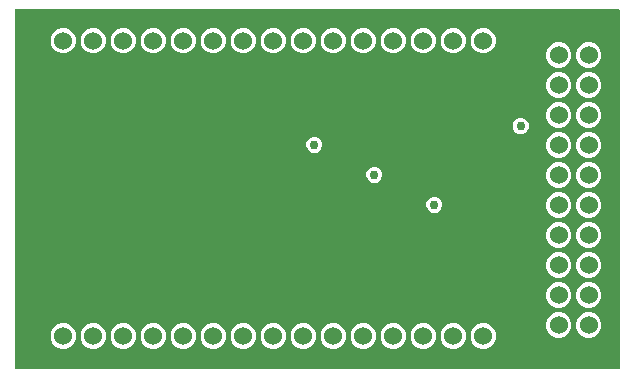
<source format=gbr>
G04 EAGLE Gerber RS-274X export*
G75*
%MOMM*%
%FSLAX34Y34*%
%LPD*%
%INEAGLE Copper Layer 15*%
%IPPOS*%
%AMOC8*
5,1,8,0,0,1.08239X$1,22.5*%
G01*
%ADD10C,1.524000*%
%ADD11C,0.756400*%

G36*
X521398Y10164D02*
X521398Y10164D01*
X521417Y10162D01*
X521519Y10184D01*
X521621Y10200D01*
X521638Y10210D01*
X521658Y10214D01*
X521747Y10267D01*
X521838Y10316D01*
X521852Y10330D01*
X521869Y10340D01*
X521936Y10419D01*
X522008Y10494D01*
X522016Y10512D01*
X522029Y10527D01*
X522068Y10623D01*
X522111Y10717D01*
X522113Y10737D01*
X522121Y10755D01*
X522139Y10922D01*
X522139Y313622D01*
X522125Y313712D01*
X522117Y313803D01*
X522105Y313833D01*
X522100Y313865D01*
X522057Y313945D01*
X522021Y314029D01*
X521995Y314061D01*
X521984Y314082D01*
X521961Y314104D01*
X521916Y314160D01*
X521560Y314516D01*
X521486Y314569D01*
X521417Y314629D01*
X521387Y314641D01*
X521361Y314660D01*
X521274Y314687D01*
X521189Y314721D01*
X521148Y314725D01*
X521125Y314732D01*
X521093Y314731D01*
X521022Y314739D01*
X10922Y314739D01*
X10902Y314736D01*
X10883Y314738D01*
X10781Y314716D01*
X10679Y314700D01*
X10662Y314690D01*
X10642Y314686D01*
X10553Y314633D01*
X10462Y314584D01*
X10448Y314570D01*
X10431Y314560D01*
X10364Y314481D01*
X10292Y314406D01*
X10284Y314388D01*
X10271Y314373D01*
X10232Y314277D01*
X10189Y314183D01*
X10187Y314163D01*
X10179Y314145D01*
X10161Y313978D01*
X10161Y10922D01*
X10164Y10902D01*
X10162Y10883D01*
X10184Y10781D01*
X10200Y10679D01*
X10210Y10662D01*
X10214Y10642D01*
X10267Y10553D01*
X10316Y10462D01*
X10330Y10448D01*
X10340Y10431D01*
X10419Y10364D01*
X10494Y10292D01*
X10512Y10284D01*
X10527Y10271D01*
X10623Y10232D01*
X10717Y10189D01*
X10737Y10187D01*
X10755Y10179D01*
X10922Y10161D01*
X521378Y10161D01*
X521398Y10164D01*
G37*
%LPC*%
G36*
X353478Y277431D02*
X353478Y277431D01*
X349557Y279055D01*
X346555Y282057D01*
X344931Y285978D01*
X344931Y290222D01*
X346555Y294143D01*
X349557Y297145D01*
X353478Y298769D01*
X357722Y298769D01*
X361643Y297145D01*
X364645Y294143D01*
X366269Y290222D01*
X366269Y285978D01*
X364645Y282057D01*
X361643Y279055D01*
X357722Y277431D01*
X353478Y277431D01*
G37*
%LPD*%
%LPC*%
G36*
X328078Y277431D02*
X328078Y277431D01*
X324157Y279055D01*
X321155Y282057D01*
X319531Y285978D01*
X319531Y290222D01*
X321155Y294143D01*
X324157Y297145D01*
X328078Y298769D01*
X332322Y298769D01*
X336243Y297145D01*
X339245Y294143D01*
X340869Y290222D01*
X340869Y285978D01*
X339245Y282057D01*
X336243Y279055D01*
X332322Y277431D01*
X328078Y277431D01*
G37*
%LPD*%
%LPC*%
G36*
X404278Y277431D02*
X404278Y277431D01*
X400357Y279055D01*
X397355Y282057D01*
X395731Y285978D01*
X395731Y290222D01*
X397355Y294143D01*
X400357Y297145D01*
X404278Y298769D01*
X408522Y298769D01*
X412443Y297145D01*
X415445Y294143D01*
X417069Y290222D01*
X417069Y285978D01*
X415445Y282057D01*
X412443Y279055D01*
X408522Y277431D01*
X404278Y277431D01*
G37*
%LPD*%
%LPC*%
G36*
X378878Y277431D02*
X378878Y277431D01*
X374957Y279055D01*
X371955Y282057D01*
X370331Y285978D01*
X370331Y290222D01*
X371955Y294143D01*
X374957Y297145D01*
X378878Y298769D01*
X383122Y298769D01*
X387043Y297145D01*
X390045Y294143D01*
X391669Y290222D01*
X391669Y285978D01*
X390045Y282057D01*
X387043Y279055D01*
X383122Y277431D01*
X378878Y277431D01*
G37*
%LPD*%
%LPC*%
G36*
X175678Y277431D02*
X175678Y277431D01*
X171757Y279055D01*
X168755Y282057D01*
X167131Y285978D01*
X167131Y290222D01*
X168755Y294143D01*
X171757Y297145D01*
X175678Y298769D01*
X179922Y298769D01*
X183843Y297145D01*
X186845Y294143D01*
X188469Y290222D01*
X188469Y285978D01*
X186845Y282057D01*
X183843Y279055D01*
X179922Y277431D01*
X175678Y277431D01*
G37*
%LPD*%
%LPC*%
G36*
X150278Y277431D02*
X150278Y277431D01*
X146357Y279055D01*
X143355Y282057D01*
X141731Y285978D01*
X141731Y290222D01*
X143355Y294143D01*
X146357Y297145D01*
X150278Y298769D01*
X154522Y298769D01*
X158443Y297145D01*
X161445Y294143D01*
X163069Y290222D01*
X163069Y285978D01*
X161445Y282057D01*
X158443Y279055D01*
X154522Y277431D01*
X150278Y277431D01*
G37*
%LPD*%
%LPC*%
G36*
X302678Y277431D02*
X302678Y277431D01*
X298757Y279055D01*
X295755Y282057D01*
X294131Y285978D01*
X294131Y290222D01*
X295755Y294143D01*
X298757Y297145D01*
X302678Y298769D01*
X306922Y298769D01*
X310843Y297145D01*
X313845Y294143D01*
X315469Y290222D01*
X315469Y285978D01*
X313845Y282057D01*
X310843Y279055D01*
X306922Y277431D01*
X302678Y277431D01*
G37*
%LPD*%
%LPC*%
G36*
X277278Y277431D02*
X277278Y277431D01*
X273357Y279055D01*
X270355Y282057D01*
X268731Y285978D01*
X268731Y290222D01*
X270355Y294143D01*
X273357Y297145D01*
X277278Y298769D01*
X281522Y298769D01*
X285443Y297145D01*
X288445Y294143D01*
X290069Y290222D01*
X290069Y285978D01*
X288445Y282057D01*
X285443Y279055D01*
X281522Y277431D01*
X277278Y277431D01*
G37*
%LPD*%
%LPC*%
G36*
X251878Y277431D02*
X251878Y277431D01*
X247957Y279055D01*
X244955Y282057D01*
X243331Y285978D01*
X243331Y290222D01*
X244955Y294143D01*
X247957Y297145D01*
X251878Y298769D01*
X256122Y298769D01*
X260043Y297145D01*
X263045Y294143D01*
X264669Y290222D01*
X264669Y285978D01*
X263045Y282057D01*
X260043Y279055D01*
X256122Y277431D01*
X251878Y277431D01*
G37*
%LPD*%
%LPC*%
G36*
X226478Y277431D02*
X226478Y277431D01*
X222557Y279055D01*
X219555Y282057D01*
X217931Y285978D01*
X217931Y290222D01*
X219555Y294143D01*
X222557Y297145D01*
X226478Y298769D01*
X230722Y298769D01*
X234643Y297145D01*
X237645Y294143D01*
X239269Y290222D01*
X239269Y285978D01*
X237645Y282057D01*
X234643Y279055D01*
X230722Y277431D01*
X226478Y277431D01*
G37*
%LPD*%
%LPC*%
G36*
X201078Y277431D02*
X201078Y277431D01*
X197157Y279055D01*
X194155Y282057D01*
X192531Y285978D01*
X192531Y290222D01*
X194155Y294143D01*
X197157Y297145D01*
X201078Y298769D01*
X205322Y298769D01*
X209243Y297145D01*
X212245Y294143D01*
X213869Y290222D01*
X213869Y285978D01*
X212245Y282057D01*
X209243Y279055D01*
X205322Y277431D01*
X201078Y277431D01*
G37*
%LPD*%
%LPC*%
G36*
X124878Y277431D02*
X124878Y277431D01*
X120957Y279055D01*
X117955Y282057D01*
X116331Y285978D01*
X116331Y290222D01*
X117955Y294143D01*
X120957Y297145D01*
X124878Y298769D01*
X129122Y298769D01*
X133043Y297145D01*
X136045Y294143D01*
X137669Y290222D01*
X137669Y285978D01*
X136045Y282057D01*
X133043Y279055D01*
X129122Y277431D01*
X124878Y277431D01*
G37*
%LPD*%
%LPC*%
G36*
X99478Y277431D02*
X99478Y277431D01*
X95557Y279055D01*
X92555Y282057D01*
X90931Y285978D01*
X90931Y290222D01*
X92555Y294143D01*
X95557Y297145D01*
X99478Y298769D01*
X103722Y298769D01*
X107643Y297145D01*
X110645Y294143D01*
X112269Y290222D01*
X112269Y285978D01*
X110645Y282057D01*
X107643Y279055D01*
X103722Y277431D01*
X99478Y277431D01*
G37*
%LPD*%
%LPC*%
G36*
X74078Y277431D02*
X74078Y277431D01*
X70157Y279055D01*
X67155Y282057D01*
X65531Y285978D01*
X65531Y290222D01*
X67155Y294143D01*
X70157Y297145D01*
X74078Y298769D01*
X78322Y298769D01*
X82243Y297145D01*
X85245Y294143D01*
X86869Y290222D01*
X86869Y285978D01*
X85245Y282057D01*
X82243Y279055D01*
X78322Y277431D01*
X74078Y277431D01*
G37*
%LPD*%
%LPC*%
G36*
X48678Y277431D02*
X48678Y277431D01*
X44757Y279055D01*
X41755Y282057D01*
X40131Y285978D01*
X40131Y290222D01*
X41755Y294143D01*
X44757Y297145D01*
X48678Y298769D01*
X52922Y298769D01*
X56843Y297145D01*
X59845Y294143D01*
X61469Y290222D01*
X61469Y285978D01*
X59845Y282057D01*
X56843Y279055D01*
X52922Y277431D01*
X48678Y277431D01*
G37*
%LPD*%
%LPC*%
G36*
X493678Y265331D02*
X493678Y265331D01*
X489757Y266955D01*
X486755Y269957D01*
X485131Y273878D01*
X485131Y278122D01*
X486755Y282043D01*
X489757Y285045D01*
X493678Y286669D01*
X497922Y286669D01*
X501843Y285045D01*
X504845Y282043D01*
X506469Y278122D01*
X506469Y273878D01*
X504845Y269957D01*
X501843Y266955D01*
X497922Y265331D01*
X493678Y265331D01*
G37*
%LPD*%
%LPC*%
G36*
X468278Y265331D02*
X468278Y265331D01*
X464357Y266955D01*
X461355Y269957D01*
X459731Y273878D01*
X459731Y278122D01*
X461355Y282043D01*
X464357Y285045D01*
X468278Y286669D01*
X472522Y286669D01*
X476443Y285045D01*
X479445Y282043D01*
X481069Y278122D01*
X481069Y273878D01*
X479445Y269957D01*
X476443Y266955D01*
X472522Y265331D01*
X468278Y265331D01*
G37*
%LPD*%
%LPC*%
G36*
X493678Y239931D02*
X493678Y239931D01*
X489757Y241555D01*
X486755Y244557D01*
X485131Y248478D01*
X485131Y252722D01*
X486755Y256643D01*
X489757Y259645D01*
X493678Y261269D01*
X497922Y261269D01*
X501843Y259645D01*
X504845Y256643D01*
X506469Y252722D01*
X506469Y248478D01*
X504845Y244557D01*
X501843Y241555D01*
X497922Y239931D01*
X493678Y239931D01*
G37*
%LPD*%
%LPC*%
G36*
X468278Y239931D02*
X468278Y239931D01*
X464357Y241555D01*
X461355Y244557D01*
X459731Y248478D01*
X459731Y252722D01*
X461355Y256643D01*
X464357Y259645D01*
X468278Y261269D01*
X472522Y261269D01*
X476443Y259645D01*
X479445Y256643D01*
X481069Y252722D01*
X481069Y248478D01*
X479445Y244557D01*
X476443Y241555D01*
X472522Y239931D01*
X468278Y239931D01*
G37*
%LPD*%
%LPC*%
G36*
X493678Y214531D02*
X493678Y214531D01*
X489757Y216155D01*
X486755Y219157D01*
X485131Y223078D01*
X485131Y227322D01*
X486755Y231243D01*
X489757Y234245D01*
X493678Y235869D01*
X497922Y235869D01*
X501843Y234245D01*
X504845Y231243D01*
X506469Y227322D01*
X506469Y223078D01*
X504845Y219157D01*
X501843Y216155D01*
X497922Y214531D01*
X493678Y214531D01*
G37*
%LPD*%
%LPC*%
G36*
X468278Y214531D02*
X468278Y214531D01*
X464357Y216155D01*
X461355Y219157D01*
X459731Y223078D01*
X459731Y227322D01*
X461355Y231243D01*
X464357Y234245D01*
X468278Y235869D01*
X472522Y235869D01*
X476443Y234245D01*
X479445Y231243D01*
X481069Y227322D01*
X481069Y223078D01*
X479445Y219157D01*
X476443Y216155D01*
X472522Y214531D01*
X468278Y214531D01*
G37*
%LPD*%
%LPC*%
G36*
X74078Y27431D02*
X74078Y27431D01*
X70157Y29055D01*
X67155Y32057D01*
X65531Y35978D01*
X65531Y40222D01*
X67155Y44143D01*
X70157Y47145D01*
X74078Y48769D01*
X78322Y48769D01*
X82243Y47145D01*
X85245Y44143D01*
X86869Y40222D01*
X86869Y35978D01*
X85245Y32057D01*
X82243Y29055D01*
X78322Y27431D01*
X74078Y27431D01*
G37*
%LPD*%
%LPC*%
G36*
X493678Y189131D02*
X493678Y189131D01*
X489757Y190755D01*
X486755Y193757D01*
X485131Y197678D01*
X485131Y201922D01*
X486755Y205843D01*
X489757Y208845D01*
X493678Y210469D01*
X497922Y210469D01*
X501843Y208845D01*
X504845Y205843D01*
X506469Y201922D01*
X506469Y197678D01*
X504845Y193757D01*
X501843Y190755D01*
X497922Y189131D01*
X493678Y189131D01*
G37*
%LPD*%
%LPC*%
G36*
X468278Y189131D02*
X468278Y189131D01*
X464357Y190755D01*
X461355Y193757D01*
X459731Y197678D01*
X459731Y201922D01*
X461355Y205843D01*
X464357Y208845D01*
X468278Y210469D01*
X472522Y210469D01*
X476443Y208845D01*
X479445Y205843D01*
X481069Y201922D01*
X481069Y197678D01*
X479445Y193757D01*
X476443Y190755D01*
X472522Y189131D01*
X468278Y189131D01*
G37*
%LPD*%
%LPC*%
G36*
X48678Y27431D02*
X48678Y27431D01*
X44757Y29055D01*
X41755Y32057D01*
X40131Y35978D01*
X40131Y40222D01*
X41755Y44143D01*
X44757Y47145D01*
X48678Y48769D01*
X52922Y48769D01*
X56843Y47145D01*
X59845Y44143D01*
X61469Y40222D01*
X61469Y35978D01*
X59845Y32057D01*
X56843Y29055D01*
X52922Y27431D01*
X48678Y27431D01*
G37*
%LPD*%
%LPC*%
G36*
X493678Y163731D02*
X493678Y163731D01*
X489757Y165355D01*
X486755Y168357D01*
X485131Y172278D01*
X485131Y176522D01*
X486755Y180443D01*
X489757Y183445D01*
X493678Y185069D01*
X497922Y185069D01*
X501843Y183445D01*
X504845Y180443D01*
X506469Y176522D01*
X506469Y172278D01*
X504845Y168357D01*
X501843Y165355D01*
X497922Y163731D01*
X493678Y163731D01*
G37*
%LPD*%
%LPC*%
G36*
X468278Y163731D02*
X468278Y163731D01*
X464357Y165355D01*
X461355Y168357D01*
X459731Y172278D01*
X459731Y176522D01*
X461355Y180443D01*
X464357Y183445D01*
X468278Y185069D01*
X472522Y185069D01*
X476443Y183445D01*
X479445Y180443D01*
X481069Y176522D01*
X481069Y172278D01*
X479445Y168357D01*
X476443Y165355D01*
X472522Y163731D01*
X468278Y163731D01*
G37*
%LPD*%
%LPC*%
G36*
X493678Y138331D02*
X493678Y138331D01*
X489757Y139955D01*
X486755Y142957D01*
X485131Y146878D01*
X485131Y151122D01*
X486755Y155043D01*
X489757Y158045D01*
X493678Y159669D01*
X497922Y159669D01*
X501843Y158045D01*
X504845Y155043D01*
X506469Y151122D01*
X506469Y146878D01*
X504845Y142957D01*
X501843Y139955D01*
X497922Y138331D01*
X493678Y138331D01*
G37*
%LPD*%
%LPC*%
G36*
X468278Y138331D02*
X468278Y138331D01*
X464357Y139955D01*
X461355Y142957D01*
X459731Y146878D01*
X459731Y151122D01*
X461355Y155043D01*
X464357Y158045D01*
X468278Y159669D01*
X472522Y159669D01*
X476443Y158045D01*
X479445Y155043D01*
X481069Y151122D01*
X481069Y146878D01*
X479445Y142957D01*
X476443Y139955D01*
X472522Y138331D01*
X468278Y138331D01*
G37*
%LPD*%
%LPC*%
G36*
X493678Y112931D02*
X493678Y112931D01*
X489757Y114555D01*
X486755Y117557D01*
X485131Y121478D01*
X485131Y125722D01*
X486755Y129643D01*
X489757Y132645D01*
X493678Y134269D01*
X497922Y134269D01*
X501843Y132645D01*
X504845Y129643D01*
X506469Y125722D01*
X506469Y121478D01*
X504845Y117557D01*
X501843Y114555D01*
X497922Y112931D01*
X493678Y112931D01*
G37*
%LPD*%
%LPC*%
G36*
X468278Y112931D02*
X468278Y112931D01*
X464357Y114555D01*
X461355Y117557D01*
X459731Y121478D01*
X459731Y125722D01*
X461355Y129643D01*
X464357Y132645D01*
X468278Y134269D01*
X472522Y134269D01*
X476443Y132645D01*
X479445Y129643D01*
X481069Y125722D01*
X481069Y121478D01*
X479445Y117557D01*
X476443Y114555D01*
X472522Y112931D01*
X468278Y112931D01*
G37*
%LPD*%
%LPC*%
G36*
X493678Y87531D02*
X493678Y87531D01*
X489757Y89155D01*
X486755Y92157D01*
X485131Y96078D01*
X485131Y100322D01*
X486755Y104243D01*
X489757Y107245D01*
X493678Y108869D01*
X497922Y108869D01*
X501843Y107245D01*
X504845Y104243D01*
X506469Y100322D01*
X506469Y96078D01*
X504845Y92157D01*
X501843Y89155D01*
X497922Y87531D01*
X493678Y87531D01*
G37*
%LPD*%
%LPC*%
G36*
X468278Y87531D02*
X468278Y87531D01*
X464357Y89155D01*
X461355Y92157D01*
X459731Y96078D01*
X459731Y100322D01*
X461355Y104243D01*
X464357Y107245D01*
X468278Y108869D01*
X472522Y108869D01*
X476443Y107245D01*
X479445Y104243D01*
X481069Y100322D01*
X481069Y96078D01*
X479445Y92157D01*
X476443Y89155D01*
X472522Y87531D01*
X468278Y87531D01*
G37*
%LPD*%
%LPC*%
G36*
X493678Y62131D02*
X493678Y62131D01*
X489757Y63755D01*
X486755Y66757D01*
X485131Y70678D01*
X485131Y74922D01*
X486755Y78843D01*
X489757Y81845D01*
X493678Y83469D01*
X497922Y83469D01*
X501843Y81845D01*
X504845Y78843D01*
X506469Y74922D01*
X506469Y70678D01*
X504845Y66757D01*
X501843Y63755D01*
X497922Y62131D01*
X493678Y62131D01*
G37*
%LPD*%
%LPC*%
G36*
X468278Y62131D02*
X468278Y62131D01*
X464357Y63755D01*
X461355Y66757D01*
X459731Y70678D01*
X459731Y74922D01*
X461355Y78843D01*
X464357Y81845D01*
X468278Y83469D01*
X472522Y83469D01*
X476443Y81845D01*
X479445Y78843D01*
X481069Y74922D01*
X481069Y70678D01*
X479445Y66757D01*
X476443Y63755D01*
X472522Y62131D01*
X468278Y62131D01*
G37*
%LPD*%
%LPC*%
G36*
X493678Y36731D02*
X493678Y36731D01*
X489757Y38355D01*
X486755Y41357D01*
X485131Y45278D01*
X485131Y49522D01*
X486755Y53443D01*
X489757Y56445D01*
X493678Y58069D01*
X497922Y58069D01*
X501843Y56445D01*
X504845Y53443D01*
X506469Y49522D01*
X506469Y45278D01*
X504845Y41357D01*
X501843Y38355D01*
X497922Y36731D01*
X493678Y36731D01*
G37*
%LPD*%
%LPC*%
G36*
X468278Y36731D02*
X468278Y36731D01*
X464357Y38355D01*
X461355Y41357D01*
X459731Y45278D01*
X459731Y49522D01*
X461355Y53443D01*
X464357Y56445D01*
X468278Y58069D01*
X472522Y58069D01*
X476443Y56445D01*
X479445Y53443D01*
X481069Y49522D01*
X481069Y45278D01*
X479445Y41357D01*
X476443Y38355D01*
X472522Y36731D01*
X468278Y36731D01*
G37*
%LPD*%
%LPC*%
G36*
X404278Y27431D02*
X404278Y27431D01*
X400357Y29055D01*
X397355Y32057D01*
X395731Y35978D01*
X395731Y40222D01*
X397355Y44143D01*
X400357Y47145D01*
X404278Y48769D01*
X408522Y48769D01*
X412443Y47145D01*
X415445Y44143D01*
X417069Y40222D01*
X417069Y35978D01*
X415445Y32057D01*
X412443Y29055D01*
X408522Y27431D01*
X404278Y27431D01*
G37*
%LPD*%
%LPC*%
G36*
X378878Y27431D02*
X378878Y27431D01*
X374957Y29055D01*
X371955Y32057D01*
X370331Y35978D01*
X370331Y40222D01*
X371955Y44143D01*
X374957Y47145D01*
X378878Y48769D01*
X383122Y48769D01*
X387043Y47145D01*
X390045Y44143D01*
X391669Y40222D01*
X391669Y35978D01*
X390045Y32057D01*
X387043Y29055D01*
X383122Y27431D01*
X378878Y27431D01*
G37*
%LPD*%
%LPC*%
G36*
X353478Y27431D02*
X353478Y27431D01*
X349557Y29055D01*
X346555Y32057D01*
X344931Y35978D01*
X344931Y40222D01*
X346555Y44143D01*
X349557Y47145D01*
X353478Y48769D01*
X357722Y48769D01*
X361643Y47145D01*
X364645Y44143D01*
X366269Y40222D01*
X366269Y35978D01*
X364645Y32057D01*
X361643Y29055D01*
X357722Y27431D01*
X353478Y27431D01*
G37*
%LPD*%
%LPC*%
G36*
X328078Y27431D02*
X328078Y27431D01*
X324157Y29055D01*
X321155Y32057D01*
X319531Y35978D01*
X319531Y40222D01*
X321155Y44143D01*
X324157Y47145D01*
X328078Y48769D01*
X332322Y48769D01*
X336243Y47145D01*
X339245Y44143D01*
X340869Y40222D01*
X340869Y35978D01*
X339245Y32057D01*
X336243Y29055D01*
X332322Y27431D01*
X328078Y27431D01*
G37*
%LPD*%
%LPC*%
G36*
X302678Y27431D02*
X302678Y27431D01*
X298757Y29055D01*
X295755Y32057D01*
X294131Y35978D01*
X294131Y40222D01*
X295755Y44143D01*
X298757Y47145D01*
X302678Y48769D01*
X306922Y48769D01*
X310843Y47145D01*
X313845Y44143D01*
X315469Y40222D01*
X315469Y35978D01*
X313845Y32057D01*
X310843Y29055D01*
X306922Y27431D01*
X302678Y27431D01*
G37*
%LPD*%
%LPC*%
G36*
X277278Y27431D02*
X277278Y27431D01*
X273357Y29055D01*
X270355Y32057D01*
X268731Y35978D01*
X268731Y40222D01*
X270355Y44143D01*
X273357Y47145D01*
X277278Y48769D01*
X281522Y48769D01*
X285443Y47145D01*
X288445Y44143D01*
X290069Y40222D01*
X290069Y35978D01*
X288445Y32057D01*
X285443Y29055D01*
X281522Y27431D01*
X277278Y27431D01*
G37*
%LPD*%
%LPC*%
G36*
X251878Y27431D02*
X251878Y27431D01*
X247957Y29055D01*
X244955Y32057D01*
X243331Y35978D01*
X243331Y40222D01*
X244955Y44143D01*
X247957Y47145D01*
X251878Y48769D01*
X256122Y48769D01*
X260043Y47145D01*
X263045Y44143D01*
X264669Y40222D01*
X264669Y35978D01*
X263045Y32057D01*
X260043Y29055D01*
X256122Y27431D01*
X251878Y27431D01*
G37*
%LPD*%
%LPC*%
G36*
X226478Y27431D02*
X226478Y27431D01*
X222557Y29055D01*
X219555Y32057D01*
X217931Y35978D01*
X217931Y40222D01*
X219555Y44143D01*
X222557Y47145D01*
X226478Y48769D01*
X230722Y48769D01*
X234643Y47145D01*
X237645Y44143D01*
X239269Y40222D01*
X239269Y35978D01*
X237645Y32057D01*
X234643Y29055D01*
X230722Y27431D01*
X226478Y27431D01*
G37*
%LPD*%
%LPC*%
G36*
X201078Y27431D02*
X201078Y27431D01*
X197157Y29055D01*
X194155Y32057D01*
X192531Y35978D01*
X192531Y40222D01*
X194155Y44143D01*
X197157Y47145D01*
X201078Y48769D01*
X205322Y48769D01*
X209243Y47145D01*
X212245Y44143D01*
X213869Y40222D01*
X213869Y35978D01*
X212245Y32057D01*
X209243Y29055D01*
X205322Y27431D01*
X201078Y27431D01*
G37*
%LPD*%
%LPC*%
G36*
X175678Y27431D02*
X175678Y27431D01*
X171757Y29055D01*
X168755Y32057D01*
X167131Y35978D01*
X167131Y40222D01*
X168755Y44143D01*
X171757Y47145D01*
X175678Y48769D01*
X179922Y48769D01*
X183843Y47145D01*
X186845Y44143D01*
X188469Y40222D01*
X188469Y35978D01*
X186845Y32057D01*
X183843Y29055D01*
X179922Y27431D01*
X175678Y27431D01*
G37*
%LPD*%
%LPC*%
G36*
X150278Y27431D02*
X150278Y27431D01*
X146357Y29055D01*
X143355Y32057D01*
X141731Y35978D01*
X141731Y40222D01*
X143355Y44143D01*
X146357Y47145D01*
X150278Y48769D01*
X154522Y48769D01*
X158443Y47145D01*
X161445Y44143D01*
X163069Y40222D01*
X163069Y35978D01*
X161445Y32057D01*
X158443Y29055D01*
X154522Y27431D01*
X150278Y27431D01*
G37*
%LPD*%
%LPC*%
G36*
X124878Y27431D02*
X124878Y27431D01*
X120957Y29055D01*
X117955Y32057D01*
X116331Y35978D01*
X116331Y40222D01*
X117955Y44143D01*
X120957Y47145D01*
X124878Y48769D01*
X129122Y48769D01*
X133043Y47145D01*
X136045Y44143D01*
X137669Y40222D01*
X137669Y35978D01*
X136045Y32057D01*
X133043Y29055D01*
X129122Y27431D01*
X124878Y27431D01*
G37*
%LPD*%
%LPC*%
G36*
X99478Y27431D02*
X99478Y27431D01*
X95557Y29055D01*
X92555Y32057D01*
X90931Y35978D01*
X90931Y40222D01*
X92555Y44143D01*
X95557Y47145D01*
X99478Y48769D01*
X103722Y48769D01*
X107643Y47145D01*
X110645Y44143D01*
X112269Y40222D01*
X112269Y35978D01*
X110645Y32057D01*
X107643Y29055D01*
X103722Y27431D01*
X99478Y27431D01*
G37*
%LPD*%
%LPC*%
G36*
X436791Y209069D02*
X436791Y209069D01*
X434281Y210109D01*
X432359Y212031D01*
X431319Y214541D01*
X431319Y217259D01*
X432359Y219769D01*
X434281Y221691D01*
X436791Y222731D01*
X439509Y222731D01*
X442019Y221691D01*
X443941Y219769D01*
X444981Y217259D01*
X444981Y214541D01*
X443941Y212031D01*
X442019Y210109D01*
X439509Y209069D01*
X436791Y209069D01*
G37*
%LPD*%
%LPC*%
G36*
X262166Y193194D02*
X262166Y193194D01*
X259656Y194234D01*
X257734Y196156D01*
X256694Y198666D01*
X256694Y201384D01*
X257734Y203894D01*
X259656Y205816D01*
X262166Y206856D01*
X264884Y206856D01*
X267394Y205816D01*
X269316Y203894D01*
X270356Y201384D01*
X270356Y198666D01*
X269316Y196156D01*
X267394Y194234D01*
X264884Y193194D01*
X262166Y193194D01*
G37*
%LPD*%
%LPC*%
G36*
X363766Y142394D02*
X363766Y142394D01*
X361256Y143434D01*
X359334Y145356D01*
X358294Y147866D01*
X358294Y150584D01*
X359334Y153094D01*
X361256Y155016D01*
X363766Y156056D01*
X366484Y156056D01*
X368994Y155016D01*
X370916Y153094D01*
X371956Y150584D01*
X371956Y147866D01*
X370916Y145356D01*
X368994Y143434D01*
X366484Y142394D01*
X363766Y142394D01*
G37*
%LPD*%
%LPC*%
G36*
X312966Y167794D02*
X312966Y167794D01*
X310456Y168834D01*
X308534Y170756D01*
X307494Y173266D01*
X307494Y175984D01*
X308534Y178494D01*
X310456Y180416D01*
X312966Y181456D01*
X315684Y181456D01*
X318194Y180416D01*
X320116Y178494D01*
X321156Y175984D01*
X321156Y173266D01*
X320116Y170756D01*
X318194Y168834D01*
X315684Y167794D01*
X312966Y167794D01*
G37*
%LPD*%
D10*
X470400Y276000D03*
X495800Y276000D03*
X470400Y250600D03*
X495800Y250600D03*
X470400Y225200D03*
X495800Y225200D03*
X470400Y199800D03*
X495800Y199800D03*
X470400Y174400D03*
X495800Y174400D03*
X470400Y149000D03*
X495800Y149000D03*
X470400Y123600D03*
X495800Y123600D03*
X470400Y98200D03*
X495800Y98200D03*
X470400Y72800D03*
X495800Y72800D03*
X470400Y47400D03*
X495800Y47400D03*
X50800Y288100D03*
X76200Y288100D03*
X101600Y288100D03*
X127000Y288100D03*
X152400Y288100D03*
X177800Y288100D03*
X203200Y288100D03*
X228600Y288100D03*
X254000Y288100D03*
X279400Y288100D03*
X304800Y288100D03*
X330200Y288100D03*
X355600Y288100D03*
X381000Y288100D03*
X406400Y288100D03*
X50800Y38100D03*
X76200Y38100D03*
X101600Y38100D03*
X127000Y38100D03*
X152400Y38100D03*
X177800Y38100D03*
X203200Y38100D03*
X228600Y38100D03*
X254000Y38100D03*
X279400Y38100D03*
X304800Y38100D03*
X330200Y38100D03*
X355600Y38100D03*
X381000Y38100D03*
X406400Y38100D03*
D11*
X438150Y215900D03*
X263525Y200025D03*
X314325Y174625D03*
X365125Y149225D03*
M02*

</source>
